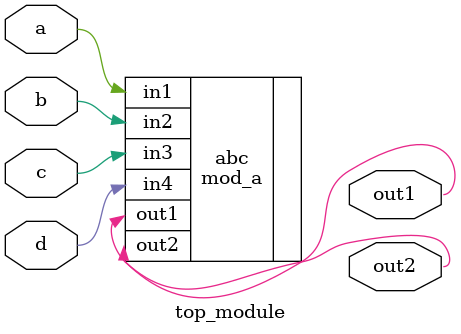
<source format=v>
module top_module ( 
    input a, 
    input b, 
    input c,
    input d,
    output out1,
    output out2
);
    mod_a abc (.in1(a),.in2(b),.in3(c),.in4(d),.out1(out1),.out2(out2));

endmodule

</source>
